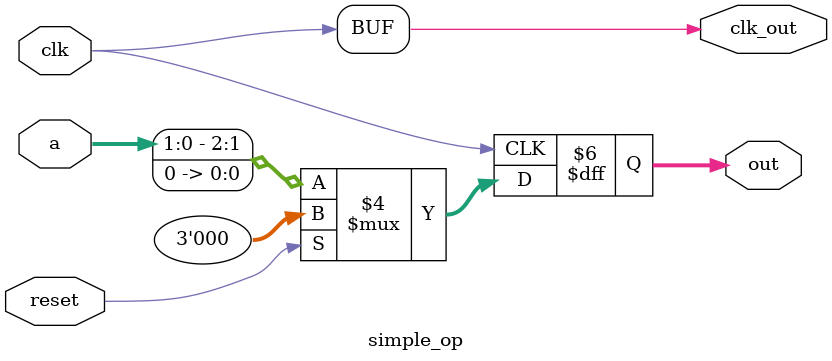
<source format=v>
module simple_op(
    clk,
    reset,
    a,
    out,
    clk_out
    );

    input   clk;
    input   reset;
    input  signed [2:0] a;

    output  [2:0]out;
    output  clk_out;

    assign clk_out = clk;

    always @(posedge clk)
    begin
        case(reset)
            0:       out <= a <<< 1;
            default:    out <= 0;
        endcase
    end
endmodule

</source>
